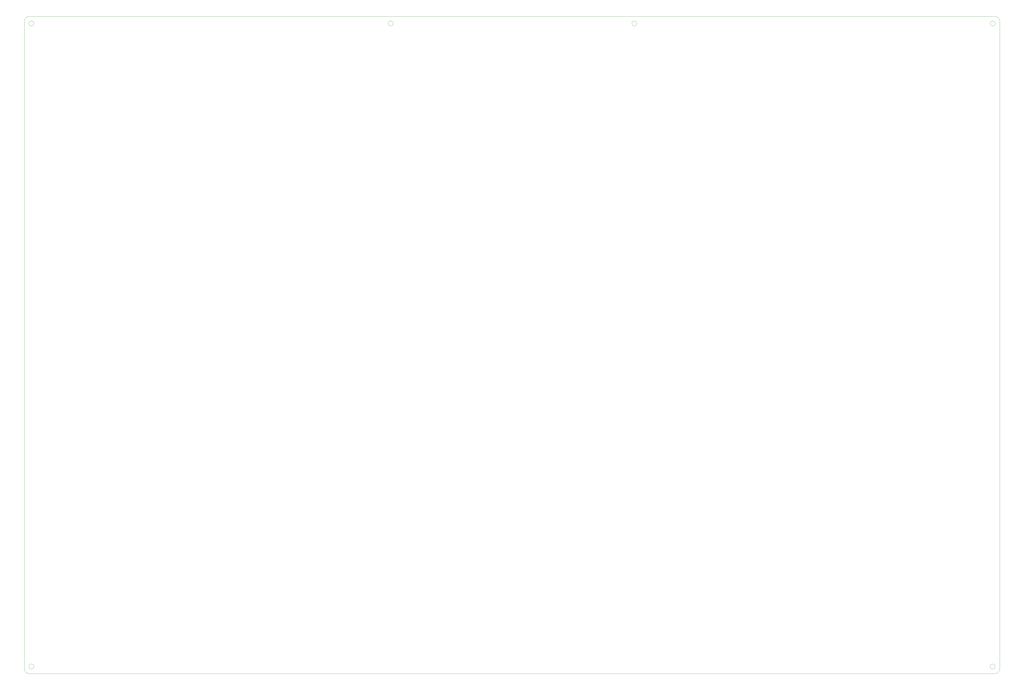
<source format=gko>
G04 Layer_Color=16711935*
%FSLAX25Y25*%
%MOIN*%
G70*
G01*
G75*
%ADD17C,0.00079*%
%ADD26C,0.00050*%
D17*
X1068080Y1133720D02*
G03*
X1068080Y1133720I-4331J0D01*
G01*
X643080Y1133760D02*
G03*
X643080Y1133760I-4331J0D01*
G01*
X1692923Y1133711D02*
G03*
X1692923Y1133711I-4331J0D01*
G01*
X16590Y1133775D02*
G03*
X16590Y1133775I-4331J0D01*
G01*
X1692859Y12195D02*
G03*
X1692859Y12195I-4331J0D01*
G01*
X16526Y12239D02*
G03*
X16526Y12239I-4331J0D01*
G01*
D26*
X7874Y1145970D02*
G03*
X0Y1138096I0J-7874D01*
G01*
Y7874D02*
G03*
X7874Y0I7874J0D01*
G01*
X1700787Y1138096D02*
G03*
X1692913Y1145970I-7874J0D01*
G01*
Y0D02*
G03*
X1700787Y7874I0J7874D01*
G01*
Y1138096D01*
X7874Y1145970D02*
X1692913D01*
X7874Y0D02*
X1692913D01*
X0Y7874D02*
Y1138096D01*
M02*

</source>
